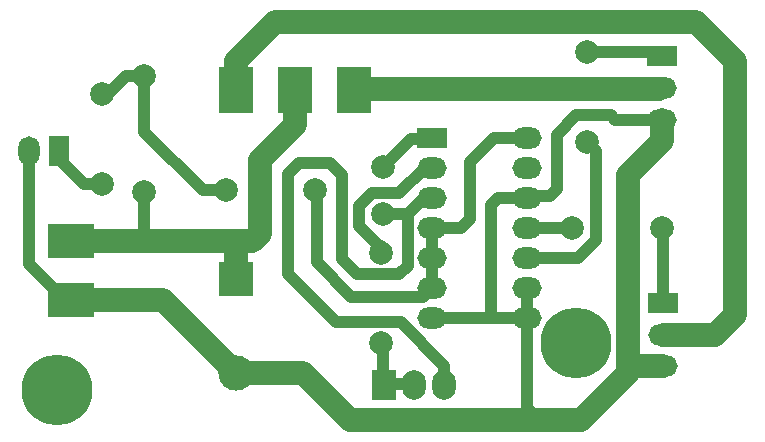
<source format=gbl>
G04*
G04 #@! TF.GenerationSoftware,Altium Limited,Altium Designer,20.0.2 (26)*
G04*
G04 Layer_Physical_Order=2*
G04 Layer_Color=16711680*
%FSLAX44Y44*%
%MOMM*%
G71*
G01*
G75*
%ADD25O,2.5000X1.8000*%
%ADD26R,2.5000X1.8000*%
%ADD27C,3.0000*%
%ADD28R,3.0000X3.0000*%
%ADD29C,2.0000*%
%ADD30R,3.0000X4.0000*%
%ADD31R,4.0000X3.0000*%
%ADD32O,1.8000X2.5000*%
%ADD33R,1.8000X2.5000*%
%ADD34R,2.0000X2.5000*%
%ADD35O,2.0000X2.5000*%
%ADD36C,6.0000*%
%ADD37C,1.0000*%
%ADD38C,2.0000*%
D25*
X713730Y356870D02*
D03*
Y382270D02*
D03*
Y407670D02*
D03*
Y433070D02*
D03*
Y458470D02*
D03*
Y483870D02*
D03*
Y509270D02*
D03*
X633730Y356870D02*
D03*
Y382270D02*
D03*
Y407670D02*
D03*
Y433070D02*
D03*
Y458470D02*
D03*
Y483870D02*
D03*
X828040Y524510D02*
D03*
Y551510D02*
D03*
X829310Y342570D02*
D03*
Y315570D02*
D03*
D26*
X633730Y509270D02*
D03*
X828040Y578510D02*
D03*
X829310Y369570D02*
D03*
D27*
X467360Y309890D02*
D03*
D28*
Y389890D02*
D03*
D29*
X591820Y444500D02*
D03*
Y484500D02*
D03*
X534670Y464550D02*
D03*
X458670D02*
D03*
X354330Y470100D02*
D03*
Y546100D02*
D03*
X590550Y335280D02*
D03*
Y411280D02*
D03*
X764540Y505660D02*
D03*
Y581660D02*
D03*
X752040Y433070D02*
D03*
X828040D02*
D03*
X389890Y561550D02*
D03*
Y463550D02*
D03*
D30*
X467690Y549910D02*
D03*
X517690D02*
D03*
X567690D02*
D03*
D31*
X327660Y371640D02*
D03*
Y421640D02*
D03*
D32*
X292100Y497840D02*
D03*
D33*
X317500D02*
D03*
D34*
X593090Y299720D02*
D03*
D35*
X618490D02*
D03*
X643890D02*
D03*
D36*
X755650Y335280D02*
D03*
X316230Y295910D02*
D03*
D37*
X547370Y487680D02*
X557293Y477757D01*
X520700Y487680D02*
X547370D01*
X511810Y478790D02*
X520700Y487680D01*
X356870Y543560D02*
X374477Y561167D01*
X439690Y464550D02*
X458670D01*
X389890Y514350D02*
X439690Y464550D01*
X535940Y403860D02*
Y464550D01*
X557293Y406637D02*
Y477757D01*
X511810Y393700D02*
Y478790D01*
X535940Y403860D02*
X565150Y374650D01*
X511810Y393700D02*
X552450Y353060D01*
X557293Y406637D02*
X570230Y393700D01*
X788670Y524510D02*
X828040D01*
X784860Y528320D02*
X788670Y524510D01*
X755650Y528320D02*
X784860D01*
X715261Y460001D02*
X733282D01*
X739140Y465859D01*
Y511810D01*
X755650Y528320D01*
X713730Y458470D02*
X715261Y460001D01*
X764540Y505460D02*
X772160Y497840D01*
Y422910D02*
Y497840D01*
X349450Y469900D02*
X354330Y465020D01*
X338940Y469900D02*
X349450D01*
X599440Y300990D02*
X618490D01*
X592203Y308227D02*
X599440Y300990D01*
X618490D02*
Y307340D01*
X592203Y308227D02*
Y331287D01*
X713730Y280680D02*
X716280Y278130D01*
X612820Y400730D02*
Y444601D01*
X605790Y393700D02*
X612820Y400730D01*
X570230Y393700D02*
X605790D01*
X565150Y374650D02*
X626110D01*
X552450Y353060D02*
X607020D01*
X626110Y374650D02*
X633730Y382270D01*
X607020Y353060D02*
X643890Y316190D01*
X317500Y491340D02*
X338940Y469900D01*
X588210Y417630D02*
X590550D01*
X591820Y484500D02*
X615590Y508270D01*
X632730D01*
X633730Y509270D01*
X591820Y444500D02*
X591921Y444601D01*
X612820D01*
X626689Y458470D01*
X633730D01*
X591820Y331670D02*
X592203Y331287D01*
X713730Y280680D02*
Y356870D01*
X756920Y407670D02*
X772160Y422910D01*
X713730Y407670D02*
X756920D01*
X752040Y433070D02*
X753310Y431800D01*
X713730Y433070D02*
X752040D01*
X829310Y369570D02*
Y431800D01*
X764540Y581660D02*
X819390D01*
X822540Y578510D01*
X828040D01*
X764540Y505460D02*
Y505660D01*
X567690Y549910D02*
X568020Y550240D01*
X571500Y451342D02*
X582438Y462280D01*
X571500Y434340D02*
Y451342D01*
X582438Y462280D02*
X605640D01*
X571500Y434340D02*
X588210Y417630D01*
X643890Y299720D02*
Y316190D01*
X627230Y483870D02*
X633730D01*
X605640Y462280D02*
X627230Y483870D01*
X389890Y514350D02*
Y561550D01*
X633730Y433070D02*
X657860D01*
X665480Y440690D01*
Y488950D01*
X685800Y509270D02*
X713730D01*
X665480Y488950D02*
X685800Y509270D01*
X633730Y382270D02*
Y407670D01*
Y433070D01*
X374477Y561167D02*
X389507D01*
X389890Y561550D01*
X317500Y491340D02*
Y497840D01*
X292100Y402200D02*
Y497840D01*
Y402200D02*
X322660Y371640D01*
X327660D01*
X681990Y356870D02*
X713730D01*
X633730D02*
X681990D01*
X683260Y358140D02*
Y452120D01*
X681990Y356870D02*
X683260Y358140D01*
X689610Y458470D02*
X713730D01*
X683260Y452120D02*
X689610Y458470D01*
X713730Y356870D02*
Y382270D01*
X389890Y421640D02*
Y463550D01*
D38*
X487680Y490220D02*
X517690Y520230D01*
X487680Y427990D02*
Y490220D01*
X481330Y421640D02*
X487680Y427990D01*
X517690Y520230D02*
Y549910D01*
X828040Y506352D02*
Y524510D01*
X799019Y477331D02*
X828040Y506352D01*
X799019Y315570D02*
Y477331D01*
Y310069D02*
Y315570D01*
X759460Y270510D02*
X799019Y310069D01*
X563880Y270510D02*
X759460D01*
X524500Y309890D02*
X563880Y270510D01*
X467360Y309890D02*
X524500D01*
X500218Y607060D02*
X857250D01*
X890270Y359410D02*
Y574040D01*
X857250Y607060D02*
X890270Y574040D01*
X467690Y574532D02*
X500218Y607060D01*
X799019Y315570D02*
X829310D01*
X873430Y342570D02*
X890270Y359410D01*
X829310Y342570D02*
X873430D01*
X568020Y550240D02*
X825500D01*
X467690Y549910D02*
Y574532D01*
X405610Y371640D02*
X467360Y309890D01*
X327660Y371640D02*
X405610D01*
X389890Y421640D02*
X467360D01*
X327660D02*
X389890D01*
X467360D02*
X481330D01*
X467360Y389890D02*
Y421640D01*
M02*

</source>
